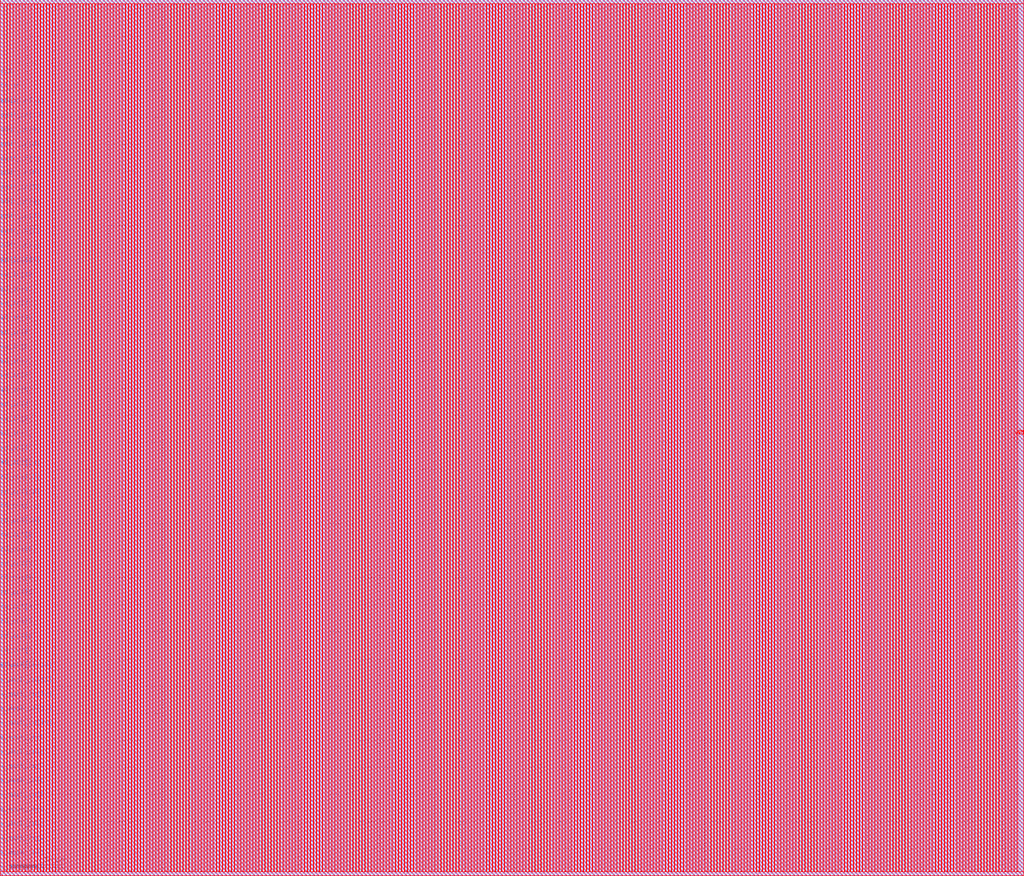
<source format=lef>
VERSION 5.7 ;
BUSBITCHARS "[]" ;
MACRO sram_15x4096_1rw
  FOREIGN sram_15x4096_1rw 0 0 ;
  SYMMETRY X Y R90 ;
  SIZE 377.910 BY 323.400 ;
  CLASS BLOCK ;
  PIN w_mask_in[0]
    DIRECTION INPUT ;
    USE SIGNAL ;
    SHAPE ABUTMENT ;
    PORT
      LAYER metal3 ;
      RECT 0.000 1.365 0.070 1.435 ;
    END
  END w_mask_in[0]
  PIN w_mask_in[1]
    DIRECTION INPUT ;
    USE SIGNAL ;
    SHAPE ABUTMENT ;
    PORT
      LAYER metal3 ;
      RECT 0.000 6.685 0.070 6.755 ;
    END
  END w_mask_in[1]
  PIN w_mask_in[2]
    DIRECTION INPUT ;
    USE SIGNAL ;
    SHAPE ABUTMENT ;
    PORT
      LAYER metal3 ;
      RECT 0.000 12.005 0.070 12.075 ;
    END
  END w_mask_in[2]
  PIN w_mask_in[3]
    DIRECTION INPUT ;
    USE SIGNAL ;
    SHAPE ABUTMENT ;
    PORT
      LAYER metal3 ;
      RECT 0.000 17.325 0.070 17.395 ;
    END
  END w_mask_in[3]
  PIN w_mask_in[4]
    DIRECTION INPUT ;
    USE SIGNAL ;
    SHAPE ABUTMENT ;
    PORT
      LAYER metal3 ;
      RECT 0.000 22.645 0.070 22.715 ;
    END
  END w_mask_in[4]
  PIN w_mask_in[5]
    DIRECTION INPUT ;
    USE SIGNAL ;
    SHAPE ABUTMENT ;
    PORT
      LAYER metal3 ;
      RECT 0.000 27.965 0.070 28.035 ;
    END
  END w_mask_in[5]
  PIN w_mask_in[6]
    DIRECTION INPUT ;
    USE SIGNAL ;
    SHAPE ABUTMENT ;
    PORT
      LAYER metal3 ;
      RECT 0.000 33.285 0.070 33.355 ;
    END
  END w_mask_in[6]
  PIN w_mask_in[7]
    DIRECTION INPUT ;
    USE SIGNAL ;
    SHAPE ABUTMENT ;
    PORT
      LAYER metal3 ;
      RECT 0.000 38.605 0.070 38.675 ;
    END
  END w_mask_in[7]
  PIN w_mask_in[8]
    DIRECTION INPUT ;
    USE SIGNAL ;
    SHAPE ABUTMENT ;
    PORT
      LAYER metal3 ;
      RECT 0.000 43.925 0.070 43.995 ;
    END
  END w_mask_in[8]
  PIN w_mask_in[9]
    DIRECTION INPUT ;
    USE SIGNAL ;
    SHAPE ABUTMENT ;
    PORT
      LAYER metal3 ;
      RECT 0.000 49.245 0.070 49.315 ;
    END
  END w_mask_in[9]
  PIN w_mask_in[10]
    DIRECTION INPUT ;
    USE SIGNAL ;
    SHAPE ABUTMENT ;
    PORT
      LAYER metal3 ;
      RECT 0.000 54.565 0.070 54.635 ;
    END
  END w_mask_in[10]
  PIN w_mask_in[11]
    DIRECTION INPUT ;
    USE SIGNAL ;
    SHAPE ABUTMENT ;
    PORT
      LAYER metal3 ;
      RECT 0.000 59.885 0.070 59.955 ;
    END
  END w_mask_in[11]
  PIN w_mask_in[12]
    DIRECTION INPUT ;
    USE SIGNAL ;
    SHAPE ABUTMENT ;
    PORT
      LAYER metal3 ;
      RECT 0.000 65.205 0.070 65.275 ;
    END
  END w_mask_in[12]
  PIN w_mask_in[13]
    DIRECTION INPUT ;
    USE SIGNAL ;
    SHAPE ABUTMENT ;
    PORT
      LAYER metal3 ;
      RECT 0.000 70.525 0.070 70.595 ;
    END
  END w_mask_in[13]
  PIN w_mask_in[14]
    DIRECTION INPUT ;
    USE SIGNAL ;
    SHAPE ABUTMENT ;
    PORT
      LAYER metal3 ;
      RECT 0.000 75.845 0.070 75.915 ;
    END
  END w_mask_in[14]
  PIN rd_out[0]
    DIRECTION OUTPUT ;
    USE SIGNAL ;
    SHAPE ABUTMENT ;
    PORT
      LAYER metal3 ;
      RECT 0.000 76.125 0.070 76.195 ;
    END
  END rd_out[0]
  PIN rd_out[1]
    DIRECTION OUTPUT ;
    USE SIGNAL ;
    SHAPE ABUTMENT ;
    PORT
      LAYER metal3 ;
      RECT 0.000 81.445 0.070 81.515 ;
    END
  END rd_out[1]
  PIN rd_out[2]
    DIRECTION OUTPUT ;
    USE SIGNAL ;
    SHAPE ABUTMENT ;
    PORT
      LAYER metal3 ;
      RECT 0.000 86.765 0.070 86.835 ;
    END
  END rd_out[2]
  PIN rd_out[3]
    DIRECTION OUTPUT ;
    USE SIGNAL ;
    SHAPE ABUTMENT ;
    PORT
      LAYER metal3 ;
      RECT 0.000 92.085 0.070 92.155 ;
    END
  END rd_out[3]
  PIN rd_out[4]
    DIRECTION OUTPUT ;
    USE SIGNAL ;
    SHAPE ABUTMENT ;
    PORT
      LAYER metal3 ;
      RECT 0.000 97.405 0.070 97.475 ;
    END
  END rd_out[4]
  PIN rd_out[5]
    DIRECTION OUTPUT ;
    USE SIGNAL ;
    SHAPE ABUTMENT ;
    PORT
      LAYER metal3 ;
      RECT 0.000 102.725 0.070 102.795 ;
    END
  END rd_out[5]
  PIN rd_out[6]
    DIRECTION OUTPUT ;
    USE SIGNAL ;
    SHAPE ABUTMENT ;
    PORT
      LAYER metal3 ;
      RECT 0.000 108.045 0.070 108.115 ;
    END
  END rd_out[6]
  PIN rd_out[7]
    DIRECTION OUTPUT ;
    USE SIGNAL ;
    SHAPE ABUTMENT ;
    PORT
      LAYER metal3 ;
      RECT 0.000 113.365 0.070 113.435 ;
    END
  END rd_out[7]
  PIN rd_out[8]
    DIRECTION OUTPUT ;
    USE SIGNAL ;
    SHAPE ABUTMENT ;
    PORT
      LAYER metal3 ;
      RECT 0.000 118.685 0.070 118.755 ;
    END
  END rd_out[8]
  PIN rd_out[9]
    DIRECTION OUTPUT ;
    USE SIGNAL ;
    SHAPE ABUTMENT ;
    PORT
      LAYER metal3 ;
      RECT 0.000 124.005 0.070 124.075 ;
    END
  END rd_out[9]
  PIN rd_out[10]
    DIRECTION OUTPUT ;
    USE SIGNAL ;
    SHAPE ABUTMENT ;
    PORT
      LAYER metal3 ;
      RECT 0.000 129.325 0.070 129.395 ;
    END
  END rd_out[10]
  PIN rd_out[11]
    DIRECTION OUTPUT ;
    USE SIGNAL ;
    SHAPE ABUTMENT ;
    PORT
      LAYER metal3 ;
      RECT 0.000 134.645 0.070 134.715 ;
    END
  END rd_out[11]
  PIN rd_out[12]
    DIRECTION OUTPUT ;
    USE SIGNAL ;
    SHAPE ABUTMENT ;
    PORT
      LAYER metal3 ;
      RECT 0.000 139.965 0.070 140.035 ;
    END
  END rd_out[12]
  PIN rd_out[13]
    DIRECTION OUTPUT ;
    USE SIGNAL ;
    SHAPE ABUTMENT ;
    PORT
      LAYER metal3 ;
      RECT 0.000 145.285 0.070 145.355 ;
    END
  END rd_out[13]
  PIN rd_out[14]
    DIRECTION OUTPUT ;
    USE SIGNAL ;
    SHAPE ABUTMENT ;
    PORT
      LAYER metal3 ;
      RECT 0.000 150.605 0.070 150.675 ;
    END
  END rd_out[14]
  PIN wd_in[0]
    DIRECTION INPUT ;
    USE SIGNAL ;
    SHAPE ABUTMENT ;
    PORT
      LAYER metal3 ;
      RECT 0.000 150.885 0.070 150.955 ;
    END
  END wd_in[0]
  PIN wd_in[1]
    DIRECTION INPUT ;
    USE SIGNAL ;
    SHAPE ABUTMENT ;
    PORT
      LAYER metal3 ;
      RECT 0.000 156.205 0.070 156.275 ;
    END
  END wd_in[1]
  PIN wd_in[2]
    DIRECTION INPUT ;
    USE SIGNAL ;
    SHAPE ABUTMENT ;
    PORT
      LAYER metal3 ;
      RECT 0.000 161.525 0.070 161.595 ;
    END
  END wd_in[2]
  PIN wd_in[3]
    DIRECTION INPUT ;
    USE SIGNAL ;
    SHAPE ABUTMENT ;
    PORT
      LAYER metal3 ;
      RECT 0.000 166.845 0.070 166.915 ;
    END
  END wd_in[3]
  PIN wd_in[4]
    DIRECTION INPUT ;
    USE SIGNAL ;
    SHAPE ABUTMENT ;
    PORT
      LAYER metal3 ;
      RECT 0.000 172.165 0.070 172.235 ;
    END
  END wd_in[4]
  PIN wd_in[5]
    DIRECTION INPUT ;
    USE SIGNAL ;
    SHAPE ABUTMENT ;
    PORT
      LAYER metal3 ;
      RECT 0.000 177.485 0.070 177.555 ;
    END
  END wd_in[5]
  PIN wd_in[6]
    DIRECTION INPUT ;
    USE SIGNAL ;
    SHAPE ABUTMENT ;
    PORT
      LAYER metal3 ;
      RECT 0.000 182.805 0.070 182.875 ;
    END
  END wd_in[6]
  PIN wd_in[7]
    DIRECTION INPUT ;
    USE SIGNAL ;
    SHAPE ABUTMENT ;
    PORT
      LAYER metal3 ;
      RECT 0.000 188.125 0.070 188.195 ;
    END
  END wd_in[7]
  PIN wd_in[8]
    DIRECTION INPUT ;
    USE SIGNAL ;
    SHAPE ABUTMENT ;
    PORT
      LAYER metal3 ;
      RECT 0.000 193.445 0.070 193.515 ;
    END
  END wd_in[8]
  PIN wd_in[9]
    DIRECTION INPUT ;
    USE SIGNAL ;
    SHAPE ABUTMENT ;
    PORT
      LAYER metal3 ;
      RECT 0.000 198.765 0.070 198.835 ;
    END
  END wd_in[9]
  PIN wd_in[10]
    DIRECTION INPUT ;
    USE SIGNAL ;
    SHAPE ABUTMENT ;
    PORT
      LAYER metal3 ;
      RECT 0.000 204.085 0.070 204.155 ;
    END
  END wd_in[10]
  PIN wd_in[11]
    DIRECTION INPUT ;
    USE SIGNAL ;
    SHAPE ABUTMENT ;
    PORT
      LAYER metal3 ;
      RECT 0.000 209.405 0.070 209.475 ;
    END
  END wd_in[11]
  PIN wd_in[12]
    DIRECTION INPUT ;
    USE SIGNAL ;
    SHAPE ABUTMENT ;
    PORT
      LAYER metal3 ;
      RECT 0.000 214.725 0.070 214.795 ;
    END
  END wd_in[12]
  PIN wd_in[13]
    DIRECTION INPUT ;
    USE SIGNAL ;
    SHAPE ABUTMENT ;
    PORT
      LAYER metal3 ;
      RECT 0.000 220.045 0.070 220.115 ;
    END
  END wd_in[13]
  PIN wd_in[14]
    DIRECTION INPUT ;
    USE SIGNAL ;
    SHAPE ABUTMENT ;
    PORT
      LAYER metal3 ;
      RECT 0.000 225.365 0.070 225.435 ;
    END
  END wd_in[14]
  PIN addr_in[0]
    DIRECTION INPUT ;
    USE SIGNAL ;
    SHAPE ABUTMENT ;
    PORT
      LAYER metal3 ;
      RECT 0.000 225.645 0.070 225.715 ;
    END
  END addr_in[0]
  PIN addr_in[1]
    DIRECTION INPUT ;
    USE SIGNAL ;
    SHAPE ABUTMENT ;
    PORT
      LAYER metal3 ;
      RECT 0.000 230.965 0.070 231.035 ;
    END
  END addr_in[1]
  PIN addr_in[2]
    DIRECTION INPUT ;
    USE SIGNAL ;
    SHAPE ABUTMENT ;
    PORT
      LAYER metal3 ;
      RECT 0.000 236.285 0.070 236.355 ;
    END
  END addr_in[2]
  PIN addr_in[3]
    DIRECTION INPUT ;
    USE SIGNAL ;
    SHAPE ABUTMENT ;
    PORT
      LAYER metal3 ;
      RECT 0.000 241.605 0.070 241.675 ;
    END
  END addr_in[3]
  PIN addr_in[4]
    DIRECTION INPUT ;
    USE SIGNAL ;
    SHAPE ABUTMENT ;
    PORT
      LAYER metal3 ;
      RECT 0.000 246.925 0.070 246.995 ;
    END
  END addr_in[4]
  PIN addr_in[5]
    DIRECTION INPUT ;
    USE SIGNAL ;
    SHAPE ABUTMENT ;
    PORT
      LAYER metal3 ;
      RECT 0.000 252.245 0.070 252.315 ;
    END
  END addr_in[5]
  PIN addr_in[6]
    DIRECTION INPUT ;
    USE SIGNAL ;
    SHAPE ABUTMENT ;
    PORT
      LAYER metal3 ;
      RECT 0.000 257.565 0.070 257.635 ;
    END
  END addr_in[6]
  PIN addr_in[7]
    DIRECTION INPUT ;
    USE SIGNAL ;
    SHAPE ABUTMENT ;
    PORT
      LAYER metal3 ;
      RECT 0.000 262.885 0.070 262.955 ;
    END
  END addr_in[7]
  PIN addr_in[8]
    DIRECTION INPUT ;
    USE SIGNAL ;
    SHAPE ABUTMENT ;
    PORT
      LAYER metal3 ;
      RECT 0.000 268.205 0.070 268.275 ;
    END
  END addr_in[8]
  PIN addr_in[9]
    DIRECTION INPUT ;
    USE SIGNAL ;
    SHAPE ABUTMENT ;
    PORT
      LAYER metal3 ;
      RECT 0.000 273.525 0.070 273.595 ;
    END
  END addr_in[9]
  PIN addr_in[10]
    DIRECTION INPUT ;
    USE SIGNAL ;
    SHAPE ABUTMENT ;
    PORT
      LAYER metal3 ;
      RECT 0.000 278.845 0.070 278.915 ;
    END
  END addr_in[10]
  PIN addr_in[11]
    DIRECTION INPUT ;
    USE SIGNAL ;
    SHAPE ABUTMENT ;
    PORT
      LAYER metal3 ;
      RECT 0.000 284.165 0.070 284.235 ;
    END
  END addr_in[11]
  PIN we_in
    DIRECTION INPUT ;
    USE SIGNAL ;
    SHAPE ABUTMENT ;
    PORT
      LAYER metal3 ;
      RECT 0.000 284.445 0.070 284.515 ;
    END
  END we_in
  PIN ce_in
    DIRECTION INPUT ;
    USE SIGNAL ;
    SHAPE ABUTMENT ;
    PORT
      LAYER metal3 ;
      RECT 0.000 289.765 0.070 289.835 ;
    END
  END ce_in
  PIN clk
    DIRECTION INPUT ;
    USE SIGNAL ;
    SHAPE ABUTMENT ;
    PORT
      LAYER metal3 ;
      RECT 0.000 295.085 0.070 295.155 ;
    END
  END clk
  PIN VSS
    DIRECTION INOUT ;
    USE GROUND ;
    PORT
      LAYER metal4 ;
      RECT 1.260 1.400 1.540 322.000 ;
      RECT 3.500 1.400 3.780 322.000 ;
      RECT 5.740 1.400 6.020 322.000 ;
      RECT 7.980 1.400 8.260 322.000 ;
      RECT 10.220 1.400 10.500 322.000 ;
      RECT 12.460 1.400 12.740 322.000 ;
      RECT 14.700 1.400 14.980 322.000 ;
      RECT 16.940 1.400 17.220 322.000 ;
      RECT 19.180 1.400 19.460 322.000 ;
      RECT 21.420 1.400 21.700 322.000 ;
      RECT 23.660 1.400 23.940 322.000 ;
      RECT 25.900 1.400 26.180 322.000 ;
      RECT 28.140 1.400 28.420 322.000 ;
      RECT 30.380 1.400 30.660 322.000 ;
      RECT 32.620 1.400 32.900 322.000 ;
      RECT 34.860 1.400 35.140 322.000 ;
      RECT 37.100 1.400 37.380 322.000 ;
      RECT 39.340 1.400 39.620 322.000 ;
      RECT 41.580 1.400 41.860 322.000 ;
      RECT 43.820 1.400 44.100 322.000 ;
      RECT 46.060 1.400 46.340 322.000 ;
      RECT 48.300 1.400 48.580 322.000 ;
      RECT 50.540 1.400 50.820 322.000 ;
      RECT 52.780 1.400 53.060 322.000 ;
      RECT 55.020 1.400 55.300 322.000 ;
      RECT 57.260 1.400 57.540 322.000 ;
      RECT 59.500 1.400 59.780 322.000 ;
      RECT 61.740 1.400 62.020 322.000 ;
      RECT 63.980 1.400 64.260 322.000 ;
      RECT 66.220 1.400 66.500 322.000 ;
      RECT 68.460 1.400 68.740 322.000 ;
      RECT 70.700 1.400 70.980 322.000 ;
      RECT 72.940 1.400 73.220 322.000 ;
      RECT 75.180 1.400 75.460 322.000 ;
      RECT 77.420 1.400 77.700 322.000 ;
      RECT 79.660 1.400 79.940 322.000 ;
      RECT 81.900 1.400 82.180 322.000 ;
      RECT 84.140 1.400 84.420 322.000 ;
      RECT 86.380 1.400 86.660 322.000 ;
      RECT 88.620 1.400 88.900 322.000 ;
      RECT 90.860 1.400 91.140 322.000 ;
      RECT 93.100 1.400 93.380 322.000 ;
      RECT 95.340 1.400 95.620 322.000 ;
      RECT 97.580 1.400 97.860 322.000 ;
      RECT 99.820 1.400 100.100 322.000 ;
      RECT 102.060 1.400 102.340 322.000 ;
      RECT 104.300 1.400 104.580 322.000 ;
      RECT 106.540 1.400 106.820 322.000 ;
      RECT 108.780 1.400 109.060 322.000 ;
      RECT 111.020 1.400 111.300 322.000 ;
      RECT 113.260 1.400 113.540 322.000 ;
      RECT 115.500 1.400 115.780 322.000 ;
      RECT 117.740 1.400 118.020 322.000 ;
      RECT 119.980 1.400 120.260 322.000 ;
      RECT 122.220 1.400 122.500 322.000 ;
      RECT 124.460 1.400 124.740 322.000 ;
      RECT 126.700 1.400 126.980 322.000 ;
      RECT 128.940 1.400 129.220 322.000 ;
      RECT 131.180 1.400 131.460 322.000 ;
      RECT 133.420 1.400 133.700 322.000 ;
      RECT 135.660 1.400 135.940 322.000 ;
      RECT 137.900 1.400 138.180 322.000 ;
      RECT 140.140 1.400 140.420 322.000 ;
      RECT 142.380 1.400 142.660 322.000 ;
      RECT 144.620 1.400 144.900 322.000 ;
      RECT 146.860 1.400 147.140 322.000 ;
      RECT 149.100 1.400 149.380 322.000 ;
      RECT 151.340 1.400 151.620 322.000 ;
      RECT 153.580 1.400 153.860 322.000 ;
      RECT 155.820 1.400 156.100 322.000 ;
      RECT 158.060 1.400 158.340 322.000 ;
      RECT 160.300 1.400 160.580 322.000 ;
      RECT 162.540 1.400 162.820 322.000 ;
      RECT 164.780 1.400 165.060 322.000 ;
      RECT 167.020 1.400 167.300 322.000 ;
      RECT 169.260 1.400 169.540 322.000 ;
      RECT 171.500 1.400 171.780 322.000 ;
      RECT 173.740 1.400 174.020 322.000 ;
      RECT 175.980 1.400 176.260 322.000 ;
      RECT 178.220 1.400 178.500 322.000 ;
      RECT 180.460 1.400 180.740 322.000 ;
      RECT 182.700 1.400 182.980 322.000 ;
      RECT 184.940 1.400 185.220 322.000 ;
      RECT 187.180 1.400 187.460 322.000 ;
      RECT 189.420 1.400 189.700 322.000 ;
      RECT 191.660 1.400 191.940 322.000 ;
      RECT 193.900 1.400 194.180 322.000 ;
      RECT 196.140 1.400 196.420 322.000 ;
      RECT 198.380 1.400 198.660 322.000 ;
      RECT 200.620 1.400 200.900 322.000 ;
      RECT 202.860 1.400 203.140 322.000 ;
      RECT 205.100 1.400 205.380 322.000 ;
      RECT 207.340 1.400 207.620 322.000 ;
      RECT 209.580 1.400 209.860 322.000 ;
      RECT 211.820 1.400 212.100 322.000 ;
      RECT 214.060 1.400 214.340 322.000 ;
      RECT 216.300 1.400 216.580 322.000 ;
      RECT 218.540 1.400 218.820 322.000 ;
      RECT 220.780 1.400 221.060 322.000 ;
      RECT 223.020 1.400 223.300 322.000 ;
      RECT 225.260 1.400 225.540 322.000 ;
      RECT 227.500 1.400 227.780 322.000 ;
      RECT 229.740 1.400 230.020 322.000 ;
      RECT 231.980 1.400 232.260 322.000 ;
      RECT 234.220 1.400 234.500 322.000 ;
      RECT 236.460 1.400 236.740 322.000 ;
      RECT 238.700 1.400 238.980 322.000 ;
      RECT 240.940 1.400 241.220 322.000 ;
      RECT 243.180 1.400 243.460 322.000 ;
      RECT 245.420 1.400 245.700 322.000 ;
      RECT 247.660 1.400 247.940 322.000 ;
      RECT 249.900 1.400 250.180 322.000 ;
      RECT 252.140 1.400 252.420 322.000 ;
      RECT 254.380 1.400 254.660 322.000 ;
      RECT 256.620 1.400 256.900 322.000 ;
      RECT 258.860 1.400 259.140 322.000 ;
      RECT 261.100 1.400 261.380 322.000 ;
      RECT 263.340 1.400 263.620 322.000 ;
      RECT 265.580 1.400 265.860 322.000 ;
      RECT 267.820 1.400 268.100 322.000 ;
      RECT 270.060 1.400 270.340 322.000 ;
      RECT 272.300 1.400 272.580 322.000 ;
      RECT 274.540 1.400 274.820 322.000 ;
      RECT 276.780 1.400 277.060 322.000 ;
      RECT 279.020 1.400 279.300 322.000 ;
      RECT 281.260 1.400 281.540 322.000 ;
      RECT 283.500 1.400 283.780 322.000 ;
      RECT 285.740 1.400 286.020 322.000 ;
      RECT 287.980 1.400 288.260 322.000 ;
      RECT 290.220 1.400 290.500 322.000 ;
      RECT 292.460 1.400 292.740 322.000 ;
      RECT 294.700 1.400 294.980 322.000 ;
      RECT 296.940 1.400 297.220 322.000 ;
      RECT 299.180 1.400 299.460 322.000 ;
      RECT 301.420 1.400 301.700 322.000 ;
      RECT 303.660 1.400 303.940 322.000 ;
      RECT 305.900 1.400 306.180 322.000 ;
      RECT 308.140 1.400 308.420 322.000 ;
      RECT 310.380 1.400 310.660 322.000 ;
      RECT 312.620 1.400 312.900 322.000 ;
      RECT 314.860 1.400 315.140 322.000 ;
      RECT 317.100 1.400 317.380 322.000 ;
      RECT 319.340 1.400 319.620 322.000 ;
      RECT 321.580 1.400 321.860 322.000 ;
      RECT 323.820 1.400 324.100 322.000 ;
      RECT 326.060 1.400 326.340 322.000 ;
      RECT 328.300 1.400 328.580 322.000 ;
      RECT 330.540 1.400 330.820 322.000 ;
      RECT 332.780 1.400 333.060 322.000 ;
      RECT 335.020 1.400 335.300 322.000 ;
      RECT 337.260 1.400 337.540 322.000 ;
      RECT 339.500 1.400 339.780 322.000 ;
      RECT 341.740 1.400 342.020 322.000 ;
      RECT 343.980 1.400 344.260 322.000 ;
      RECT 346.220 1.400 346.500 322.000 ;
      RECT 348.460 1.400 348.740 322.000 ;
      RECT 350.700 1.400 350.980 322.000 ;
      RECT 352.940 1.400 353.220 322.000 ;
      RECT 355.180 1.400 355.460 322.000 ;
      RECT 357.420 1.400 357.700 322.000 ;
      RECT 359.660 1.400 359.940 322.000 ;
      RECT 361.900 1.400 362.180 322.000 ;
      RECT 364.140 1.400 364.420 322.000 ;
      RECT 366.380 1.400 366.660 322.000 ;
      RECT 368.620 1.400 368.900 322.000 ;
      RECT 370.860 1.400 371.140 322.000 ;
      RECT 373.100 1.400 373.380 322.000 ;
      RECT 375.340 1.400 375.620 322.000 ;
    END
  END VSS
  PIN VDD
    DIRECTION INOUT ;
    USE POWER ;
    PORT
      LAYER metal4 ;
      RECT 2.380 1.400 2.660 322.000 ;
      RECT 4.620 1.400 4.900 322.000 ;
      RECT 6.860 1.400 7.140 322.000 ;
      RECT 9.100 1.400 9.380 322.000 ;
      RECT 11.340 1.400 11.620 322.000 ;
      RECT 13.580 1.400 13.860 322.000 ;
      RECT 15.820 1.400 16.100 322.000 ;
      RECT 18.060 1.400 18.340 322.000 ;
      RECT 20.300 1.400 20.580 322.000 ;
      RECT 22.540 1.400 22.820 322.000 ;
      RECT 24.780 1.400 25.060 322.000 ;
      RECT 27.020 1.400 27.300 322.000 ;
      RECT 29.260 1.400 29.540 322.000 ;
      RECT 31.500 1.400 31.780 322.000 ;
      RECT 33.740 1.400 34.020 322.000 ;
      RECT 35.980 1.400 36.260 322.000 ;
      RECT 38.220 1.400 38.500 322.000 ;
      RECT 40.460 1.400 40.740 322.000 ;
      RECT 42.700 1.400 42.980 322.000 ;
      RECT 44.940 1.400 45.220 322.000 ;
      RECT 47.180 1.400 47.460 322.000 ;
      RECT 49.420 1.400 49.700 322.000 ;
      RECT 51.660 1.400 51.940 322.000 ;
      RECT 53.900 1.400 54.180 322.000 ;
      RECT 56.140 1.400 56.420 322.000 ;
      RECT 58.380 1.400 58.660 322.000 ;
      RECT 60.620 1.400 60.900 322.000 ;
      RECT 62.860 1.400 63.140 322.000 ;
      RECT 65.100 1.400 65.380 322.000 ;
      RECT 67.340 1.400 67.620 322.000 ;
      RECT 69.580 1.400 69.860 322.000 ;
      RECT 71.820 1.400 72.100 322.000 ;
      RECT 74.060 1.400 74.340 322.000 ;
      RECT 76.300 1.400 76.580 322.000 ;
      RECT 78.540 1.400 78.820 322.000 ;
      RECT 80.780 1.400 81.060 322.000 ;
      RECT 83.020 1.400 83.300 322.000 ;
      RECT 85.260 1.400 85.540 322.000 ;
      RECT 87.500 1.400 87.780 322.000 ;
      RECT 89.740 1.400 90.020 322.000 ;
      RECT 91.980 1.400 92.260 322.000 ;
      RECT 94.220 1.400 94.500 322.000 ;
      RECT 96.460 1.400 96.740 322.000 ;
      RECT 98.700 1.400 98.980 322.000 ;
      RECT 100.940 1.400 101.220 322.000 ;
      RECT 103.180 1.400 103.460 322.000 ;
      RECT 105.420 1.400 105.700 322.000 ;
      RECT 107.660 1.400 107.940 322.000 ;
      RECT 109.900 1.400 110.180 322.000 ;
      RECT 112.140 1.400 112.420 322.000 ;
      RECT 114.380 1.400 114.660 322.000 ;
      RECT 116.620 1.400 116.900 322.000 ;
      RECT 118.860 1.400 119.140 322.000 ;
      RECT 121.100 1.400 121.380 322.000 ;
      RECT 123.340 1.400 123.620 322.000 ;
      RECT 125.580 1.400 125.860 322.000 ;
      RECT 127.820 1.400 128.100 322.000 ;
      RECT 130.060 1.400 130.340 322.000 ;
      RECT 132.300 1.400 132.580 322.000 ;
      RECT 134.540 1.400 134.820 322.000 ;
      RECT 136.780 1.400 137.060 322.000 ;
      RECT 139.020 1.400 139.300 322.000 ;
      RECT 141.260 1.400 141.540 322.000 ;
      RECT 143.500 1.400 143.780 322.000 ;
      RECT 145.740 1.400 146.020 322.000 ;
      RECT 147.980 1.400 148.260 322.000 ;
      RECT 150.220 1.400 150.500 322.000 ;
      RECT 152.460 1.400 152.740 322.000 ;
      RECT 154.700 1.400 154.980 322.000 ;
      RECT 156.940 1.400 157.220 322.000 ;
      RECT 159.180 1.400 159.460 322.000 ;
      RECT 161.420 1.400 161.700 322.000 ;
      RECT 163.660 1.400 163.940 322.000 ;
      RECT 165.900 1.400 166.180 322.000 ;
      RECT 168.140 1.400 168.420 322.000 ;
      RECT 170.380 1.400 170.660 322.000 ;
      RECT 172.620 1.400 172.900 322.000 ;
      RECT 174.860 1.400 175.140 322.000 ;
      RECT 177.100 1.400 177.380 322.000 ;
      RECT 179.340 1.400 179.620 322.000 ;
      RECT 181.580 1.400 181.860 322.000 ;
      RECT 183.820 1.400 184.100 322.000 ;
      RECT 186.060 1.400 186.340 322.000 ;
      RECT 188.300 1.400 188.580 322.000 ;
      RECT 190.540 1.400 190.820 322.000 ;
      RECT 192.780 1.400 193.060 322.000 ;
      RECT 195.020 1.400 195.300 322.000 ;
      RECT 197.260 1.400 197.540 322.000 ;
      RECT 199.500 1.400 199.780 322.000 ;
      RECT 201.740 1.400 202.020 322.000 ;
      RECT 203.980 1.400 204.260 322.000 ;
      RECT 206.220 1.400 206.500 322.000 ;
      RECT 208.460 1.400 208.740 322.000 ;
      RECT 210.700 1.400 210.980 322.000 ;
      RECT 212.940 1.400 213.220 322.000 ;
      RECT 215.180 1.400 215.460 322.000 ;
      RECT 217.420 1.400 217.700 322.000 ;
      RECT 219.660 1.400 219.940 322.000 ;
      RECT 221.900 1.400 222.180 322.000 ;
      RECT 224.140 1.400 224.420 322.000 ;
      RECT 226.380 1.400 226.660 322.000 ;
      RECT 228.620 1.400 228.900 322.000 ;
      RECT 230.860 1.400 231.140 322.000 ;
      RECT 233.100 1.400 233.380 322.000 ;
      RECT 235.340 1.400 235.620 322.000 ;
      RECT 237.580 1.400 237.860 322.000 ;
      RECT 239.820 1.400 240.100 322.000 ;
      RECT 242.060 1.400 242.340 322.000 ;
      RECT 244.300 1.400 244.580 322.000 ;
      RECT 246.540 1.400 246.820 322.000 ;
      RECT 248.780 1.400 249.060 322.000 ;
      RECT 251.020 1.400 251.300 322.000 ;
      RECT 253.260 1.400 253.540 322.000 ;
      RECT 255.500 1.400 255.780 322.000 ;
      RECT 257.740 1.400 258.020 322.000 ;
      RECT 259.980 1.400 260.260 322.000 ;
      RECT 262.220 1.400 262.500 322.000 ;
      RECT 264.460 1.400 264.740 322.000 ;
      RECT 266.700 1.400 266.980 322.000 ;
      RECT 268.940 1.400 269.220 322.000 ;
      RECT 271.180 1.400 271.460 322.000 ;
      RECT 273.420 1.400 273.700 322.000 ;
      RECT 275.660 1.400 275.940 322.000 ;
      RECT 277.900 1.400 278.180 322.000 ;
      RECT 280.140 1.400 280.420 322.000 ;
      RECT 282.380 1.400 282.660 322.000 ;
      RECT 284.620 1.400 284.900 322.000 ;
      RECT 286.860 1.400 287.140 322.000 ;
      RECT 289.100 1.400 289.380 322.000 ;
      RECT 291.340 1.400 291.620 322.000 ;
      RECT 293.580 1.400 293.860 322.000 ;
      RECT 295.820 1.400 296.100 322.000 ;
      RECT 298.060 1.400 298.340 322.000 ;
      RECT 300.300 1.400 300.580 322.000 ;
      RECT 302.540 1.400 302.820 322.000 ;
      RECT 304.780 1.400 305.060 322.000 ;
      RECT 307.020 1.400 307.300 322.000 ;
      RECT 309.260 1.400 309.540 322.000 ;
      RECT 311.500 1.400 311.780 322.000 ;
      RECT 313.740 1.400 314.020 322.000 ;
      RECT 315.980 1.400 316.260 322.000 ;
      RECT 318.220 1.400 318.500 322.000 ;
      RECT 320.460 1.400 320.740 322.000 ;
      RECT 322.700 1.400 322.980 322.000 ;
      RECT 324.940 1.400 325.220 322.000 ;
      RECT 327.180 1.400 327.460 322.000 ;
      RECT 329.420 1.400 329.700 322.000 ;
      RECT 331.660 1.400 331.940 322.000 ;
      RECT 333.900 1.400 334.180 322.000 ;
      RECT 336.140 1.400 336.420 322.000 ;
      RECT 338.380 1.400 338.660 322.000 ;
      RECT 340.620 1.400 340.900 322.000 ;
      RECT 342.860 1.400 343.140 322.000 ;
      RECT 345.100 1.400 345.380 322.000 ;
      RECT 347.340 1.400 347.620 322.000 ;
      RECT 349.580 1.400 349.860 322.000 ;
      RECT 351.820 1.400 352.100 322.000 ;
      RECT 354.060 1.400 354.340 322.000 ;
      RECT 356.300 1.400 356.580 322.000 ;
      RECT 358.540 1.400 358.820 322.000 ;
      RECT 360.780 1.400 361.060 322.000 ;
      RECT 363.020 1.400 363.300 322.000 ;
      RECT 365.260 1.400 365.540 322.000 ;
      RECT 367.500 1.400 367.780 322.000 ;
      RECT 369.740 1.400 370.020 322.000 ;
      RECT 371.980 1.400 372.260 322.000 ;
      RECT 374.220 1.400 374.500 322.000 ;
    END
  END VDD
  OBS
    LAYER metal1 ;
    RECT 0 0 377.910 323.400 ;
    LAYER metal2 ;
    RECT 0 0 377.910 323.400 ;
    LAYER metal3 ;
    RECT 0.070 0 377.910 323.400 ;
    RECT 0 0.000 0.070 1.365 ;
    RECT 0 1.435 0.070 6.685 ;
    RECT 0 6.755 0.070 12.005 ;
    RECT 0 12.075 0.070 17.325 ;
    RECT 0 17.395 0.070 22.645 ;
    RECT 0 22.715 0.070 27.965 ;
    RECT 0 28.035 0.070 33.285 ;
    RECT 0 33.355 0.070 38.605 ;
    RECT 0 38.675 0.070 43.925 ;
    RECT 0 43.995 0.070 49.245 ;
    RECT 0 49.315 0.070 54.565 ;
    RECT 0 54.635 0.070 59.885 ;
    RECT 0 59.955 0.070 65.205 ;
    RECT 0 65.275 0.070 70.525 ;
    RECT 0 70.595 0.070 75.845 ;
    RECT 0 75.915 0.070 76.125 ;
    RECT 0 76.195 0.070 81.445 ;
    RECT 0 81.515 0.070 86.765 ;
    RECT 0 86.835 0.070 92.085 ;
    RECT 0 92.155 0.070 97.405 ;
    RECT 0 97.475 0.070 102.725 ;
    RECT 0 102.795 0.070 108.045 ;
    RECT 0 108.115 0.070 113.365 ;
    RECT 0 113.435 0.070 118.685 ;
    RECT 0 118.755 0.070 124.005 ;
    RECT 0 124.075 0.070 129.325 ;
    RECT 0 129.395 0.070 134.645 ;
    RECT 0 134.715 0.070 139.965 ;
    RECT 0 140.035 0.070 145.285 ;
    RECT 0 145.355 0.070 150.605 ;
    RECT 0 150.675 0.070 150.885 ;
    RECT 0 150.955 0.070 156.205 ;
    RECT 0 156.275 0.070 161.525 ;
    RECT 0 161.595 0.070 166.845 ;
    RECT 0 166.915 0.070 172.165 ;
    RECT 0 172.235 0.070 177.485 ;
    RECT 0 177.555 0.070 182.805 ;
    RECT 0 182.875 0.070 188.125 ;
    RECT 0 188.195 0.070 193.445 ;
    RECT 0 193.515 0.070 198.765 ;
    RECT 0 198.835 0.070 204.085 ;
    RECT 0 204.155 0.070 209.405 ;
    RECT 0 209.475 0.070 214.725 ;
    RECT 0 214.795 0.070 220.045 ;
    RECT 0 220.115 0.070 225.365 ;
    RECT 0 225.435 0.070 225.645 ;
    RECT 0 225.715 0.070 230.965 ;
    RECT 0 231.035 0.070 236.285 ;
    RECT 0 236.355 0.070 241.605 ;
    RECT 0 241.675 0.070 246.925 ;
    RECT 0 246.995 0.070 252.245 ;
    RECT 0 252.315 0.070 257.565 ;
    RECT 0 257.635 0.070 262.885 ;
    RECT 0 262.955 0.070 268.205 ;
    RECT 0 268.275 0.070 273.525 ;
    RECT 0 273.595 0.070 278.845 ;
    RECT 0 278.915 0.070 284.165 ;
    RECT 0 284.235 0.070 284.445 ;
    RECT 0 284.515 0.070 289.765 ;
    RECT 0 289.835 0.070 295.085 ;
    RECT 0 295.155 0.070 323.400 ;
    LAYER metal4 ;
    RECT 0 0 377.910 1.400 ;
    RECT 0 322.000 377.910 323.400 ;
    RECT 0.000 1.400 1.260 322.000 ;
    RECT 1.540 1.400 2.380 322.000 ;
    RECT 2.660 1.400 3.500 322.000 ;
    RECT 3.780 1.400 4.620 322.000 ;
    RECT 4.900 1.400 5.740 322.000 ;
    RECT 6.020 1.400 6.860 322.000 ;
    RECT 7.140 1.400 7.980 322.000 ;
    RECT 8.260 1.400 9.100 322.000 ;
    RECT 9.380 1.400 10.220 322.000 ;
    RECT 10.500 1.400 11.340 322.000 ;
    RECT 11.620 1.400 12.460 322.000 ;
    RECT 12.740 1.400 13.580 322.000 ;
    RECT 13.860 1.400 14.700 322.000 ;
    RECT 14.980 1.400 15.820 322.000 ;
    RECT 16.100 1.400 16.940 322.000 ;
    RECT 17.220 1.400 18.060 322.000 ;
    RECT 18.340 1.400 19.180 322.000 ;
    RECT 19.460 1.400 20.300 322.000 ;
    RECT 20.580 1.400 21.420 322.000 ;
    RECT 21.700 1.400 22.540 322.000 ;
    RECT 22.820 1.400 23.660 322.000 ;
    RECT 23.940 1.400 24.780 322.000 ;
    RECT 25.060 1.400 25.900 322.000 ;
    RECT 26.180 1.400 27.020 322.000 ;
    RECT 27.300 1.400 28.140 322.000 ;
    RECT 28.420 1.400 29.260 322.000 ;
    RECT 29.540 1.400 30.380 322.000 ;
    RECT 30.660 1.400 31.500 322.000 ;
    RECT 31.780 1.400 32.620 322.000 ;
    RECT 32.900 1.400 33.740 322.000 ;
    RECT 34.020 1.400 34.860 322.000 ;
    RECT 35.140 1.400 35.980 322.000 ;
    RECT 36.260 1.400 37.100 322.000 ;
    RECT 37.380 1.400 38.220 322.000 ;
    RECT 38.500 1.400 39.340 322.000 ;
    RECT 39.620 1.400 40.460 322.000 ;
    RECT 40.740 1.400 41.580 322.000 ;
    RECT 41.860 1.400 42.700 322.000 ;
    RECT 42.980 1.400 43.820 322.000 ;
    RECT 44.100 1.400 44.940 322.000 ;
    RECT 45.220 1.400 46.060 322.000 ;
    RECT 46.340 1.400 47.180 322.000 ;
    RECT 47.460 1.400 48.300 322.000 ;
    RECT 48.580 1.400 49.420 322.000 ;
    RECT 49.700 1.400 50.540 322.000 ;
    RECT 50.820 1.400 51.660 322.000 ;
    RECT 51.940 1.400 52.780 322.000 ;
    RECT 53.060 1.400 53.900 322.000 ;
    RECT 54.180 1.400 55.020 322.000 ;
    RECT 55.300 1.400 56.140 322.000 ;
    RECT 56.420 1.400 57.260 322.000 ;
    RECT 57.540 1.400 58.380 322.000 ;
    RECT 58.660 1.400 59.500 322.000 ;
    RECT 59.780 1.400 60.620 322.000 ;
    RECT 60.900 1.400 61.740 322.000 ;
    RECT 62.020 1.400 62.860 322.000 ;
    RECT 63.140 1.400 63.980 322.000 ;
    RECT 64.260 1.400 65.100 322.000 ;
    RECT 65.380 1.400 66.220 322.000 ;
    RECT 66.500 1.400 67.340 322.000 ;
    RECT 67.620 1.400 68.460 322.000 ;
    RECT 68.740 1.400 69.580 322.000 ;
    RECT 69.860 1.400 70.700 322.000 ;
    RECT 70.980 1.400 71.820 322.000 ;
    RECT 72.100 1.400 72.940 322.000 ;
    RECT 73.220 1.400 74.060 322.000 ;
    RECT 74.340 1.400 75.180 322.000 ;
    RECT 75.460 1.400 76.300 322.000 ;
    RECT 76.580 1.400 77.420 322.000 ;
    RECT 77.700 1.400 78.540 322.000 ;
    RECT 78.820 1.400 79.660 322.000 ;
    RECT 79.940 1.400 80.780 322.000 ;
    RECT 81.060 1.400 81.900 322.000 ;
    RECT 82.180 1.400 83.020 322.000 ;
    RECT 83.300 1.400 84.140 322.000 ;
    RECT 84.420 1.400 85.260 322.000 ;
    RECT 85.540 1.400 86.380 322.000 ;
    RECT 86.660 1.400 87.500 322.000 ;
    RECT 87.780 1.400 88.620 322.000 ;
    RECT 88.900 1.400 89.740 322.000 ;
    RECT 90.020 1.400 90.860 322.000 ;
    RECT 91.140 1.400 91.980 322.000 ;
    RECT 92.260 1.400 93.100 322.000 ;
    RECT 93.380 1.400 94.220 322.000 ;
    RECT 94.500 1.400 95.340 322.000 ;
    RECT 95.620 1.400 96.460 322.000 ;
    RECT 96.740 1.400 97.580 322.000 ;
    RECT 97.860 1.400 98.700 322.000 ;
    RECT 98.980 1.400 99.820 322.000 ;
    RECT 100.100 1.400 100.940 322.000 ;
    RECT 101.220 1.400 102.060 322.000 ;
    RECT 102.340 1.400 103.180 322.000 ;
    RECT 103.460 1.400 104.300 322.000 ;
    RECT 104.580 1.400 105.420 322.000 ;
    RECT 105.700 1.400 106.540 322.000 ;
    RECT 106.820 1.400 107.660 322.000 ;
    RECT 107.940 1.400 108.780 322.000 ;
    RECT 109.060 1.400 109.900 322.000 ;
    RECT 110.180 1.400 111.020 322.000 ;
    RECT 111.300 1.400 112.140 322.000 ;
    RECT 112.420 1.400 113.260 322.000 ;
    RECT 113.540 1.400 114.380 322.000 ;
    RECT 114.660 1.400 115.500 322.000 ;
    RECT 115.780 1.400 116.620 322.000 ;
    RECT 116.900 1.400 117.740 322.000 ;
    RECT 118.020 1.400 118.860 322.000 ;
    RECT 119.140 1.400 119.980 322.000 ;
    RECT 120.260 1.400 121.100 322.000 ;
    RECT 121.380 1.400 122.220 322.000 ;
    RECT 122.500 1.400 123.340 322.000 ;
    RECT 123.620 1.400 124.460 322.000 ;
    RECT 124.740 1.400 125.580 322.000 ;
    RECT 125.860 1.400 126.700 322.000 ;
    RECT 126.980 1.400 127.820 322.000 ;
    RECT 128.100 1.400 128.940 322.000 ;
    RECT 129.220 1.400 130.060 322.000 ;
    RECT 130.340 1.400 131.180 322.000 ;
    RECT 131.460 1.400 132.300 322.000 ;
    RECT 132.580 1.400 133.420 322.000 ;
    RECT 133.700 1.400 134.540 322.000 ;
    RECT 134.820 1.400 135.660 322.000 ;
    RECT 135.940 1.400 136.780 322.000 ;
    RECT 137.060 1.400 137.900 322.000 ;
    RECT 138.180 1.400 139.020 322.000 ;
    RECT 139.300 1.400 140.140 322.000 ;
    RECT 140.420 1.400 141.260 322.000 ;
    RECT 141.540 1.400 142.380 322.000 ;
    RECT 142.660 1.400 143.500 322.000 ;
    RECT 143.780 1.400 144.620 322.000 ;
    RECT 144.900 1.400 145.740 322.000 ;
    RECT 146.020 1.400 146.860 322.000 ;
    RECT 147.140 1.400 147.980 322.000 ;
    RECT 148.260 1.400 149.100 322.000 ;
    RECT 149.380 1.400 150.220 322.000 ;
    RECT 150.500 1.400 151.340 322.000 ;
    RECT 151.620 1.400 152.460 322.000 ;
    RECT 152.740 1.400 153.580 322.000 ;
    RECT 153.860 1.400 154.700 322.000 ;
    RECT 154.980 1.400 155.820 322.000 ;
    RECT 156.100 1.400 156.940 322.000 ;
    RECT 157.220 1.400 158.060 322.000 ;
    RECT 158.340 1.400 159.180 322.000 ;
    RECT 159.460 1.400 160.300 322.000 ;
    RECT 160.580 1.400 161.420 322.000 ;
    RECT 161.700 1.400 162.540 322.000 ;
    RECT 162.820 1.400 163.660 322.000 ;
    RECT 163.940 1.400 164.780 322.000 ;
    RECT 165.060 1.400 165.900 322.000 ;
    RECT 166.180 1.400 167.020 322.000 ;
    RECT 167.300 1.400 168.140 322.000 ;
    RECT 168.420 1.400 169.260 322.000 ;
    RECT 169.540 1.400 170.380 322.000 ;
    RECT 170.660 1.400 171.500 322.000 ;
    RECT 171.780 1.400 172.620 322.000 ;
    RECT 172.900 1.400 173.740 322.000 ;
    RECT 174.020 1.400 174.860 322.000 ;
    RECT 175.140 1.400 175.980 322.000 ;
    RECT 176.260 1.400 177.100 322.000 ;
    RECT 177.380 1.400 178.220 322.000 ;
    RECT 178.500 1.400 179.340 322.000 ;
    RECT 179.620 1.400 180.460 322.000 ;
    RECT 180.740 1.400 181.580 322.000 ;
    RECT 181.860 1.400 182.700 322.000 ;
    RECT 182.980 1.400 183.820 322.000 ;
    RECT 184.100 1.400 184.940 322.000 ;
    RECT 185.220 1.400 186.060 322.000 ;
    RECT 186.340 1.400 187.180 322.000 ;
    RECT 187.460 1.400 188.300 322.000 ;
    RECT 188.580 1.400 189.420 322.000 ;
    RECT 189.700 1.400 190.540 322.000 ;
    RECT 190.820 1.400 191.660 322.000 ;
    RECT 191.940 1.400 192.780 322.000 ;
    RECT 193.060 1.400 193.900 322.000 ;
    RECT 194.180 1.400 195.020 322.000 ;
    RECT 195.300 1.400 196.140 322.000 ;
    RECT 196.420 1.400 197.260 322.000 ;
    RECT 197.540 1.400 198.380 322.000 ;
    RECT 198.660 1.400 199.500 322.000 ;
    RECT 199.780 1.400 200.620 322.000 ;
    RECT 200.900 1.400 201.740 322.000 ;
    RECT 202.020 1.400 202.860 322.000 ;
    RECT 203.140 1.400 203.980 322.000 ;
    RECT 204.260 1.400 205.100 322.000 ;
    RECT 205.380 1.400 206.220 322.000 ;
    RECT 206.500 1.400 207.340 322.000 ;
    RECT 207.620 1.400 208.460 322.000 ;
    RECT 208.740 1.400 209.580 322.000 ;
    RECT 209.860 1.400 210.700 322.000 ;
    RECT 210.980 1.400 211.820 322.000 ;
    RECT 212.100 1.400 212.940 322.000 ;
    RECT 213.220 1.400 214.060 322.000 ;
    RECT 214.340 1.400 215.180 322.000 ;
    RECT 215.460 1.400 216.300 322.000 ;
    RECT 216.580 1.400 217.420 322.000 ;
    RECT 217.700 1.400 218.540 322.000 ;
    RECT 218.820 1.400 219.660 322.000 ;
    RECT 219.940 1.400 220.780 322.000 ;
    RECT 221.060 1.400 221.900 322.000 ;
    RECT 222.180 1.400 223.020 322.000 ;
    RECT 223.300 1.400 224.140 322.000 ;
    RECT 224.420 1.400 225.260 322.000 ;
    RECT 225.540 1.400 226.380 322.000 ;
    RECT 226.660 1.400 227.500 322.000 ;
    RECT 227.780 1.400 228.620 322.000 ;
    RECT 228.900 1.400 229.740 322.000 ;
    RECT 230.020 1.400 230.860 322.000 ;
    RECT 231.140 1.400 231.980 322.000 ;
    RECT 232.260 1.400 233.100 322.000 ;
    RECT 233.380 1.400 234.220 322.000 ;
    RECT 234.500 1.400 235.340 322.000 ;
    RECT 235.620 1.400 236.460 322.000 ;
    RECT 236.740 1.400 237.580 322.000 ;
    RECT 237.860 1.400 238.700 322.000 ;
    RECT 238.980 1.400 239.820 322.000 ;
    RECT 240.100 1.400 240.940 322.000 ;
    RECT 241.220 1.400 242.060 322.000 ;
    RECT 242.340 1.400 243.180 322.000 ;
    RECT 243.460 1.400 244.300 322.000 ;
    RECT 244.580 1.400 245.420 322.000 ;
    RECT 245.700 1.400 246.540 322.000 ;
    RECT 246.820 1.400 247.660 322.000 ;
    RECT 247.940 1.400 248.780 322.000 ;
    RECT 249.060 1.400 249.900 322.000 ;
    RECT 250.180 1.400 251.020 322.000 ;
    RECT 251.300 1.400 252.140 322.000 ;
    RECT 252.420 1.400 253.260 322.000 ;
    RECT 253.540 1.400 254.380 322.000 ;
    RECT 254.660 1.400 255.500 322.000 ;
    RECT 255.780 1.400 256.620 322.000 ;
    RECT 256.900 1.400 257.740 322.000 ;
    RECT 258.020 1.400 258.860 322.000 ;
    RECT 259.140 1.400 259.980 322.000 ;
    RECT 260.260 1.400 261.100 322.000 ;
    RECT 261.380 1.400 262.220 322.000 ;
    RECT 262.500 1.400 263.340 322.000 ;
    RECT 263.620 1.400 264.460 322.000 ;
    RECT 264.740 1.400 265.580 322.000 ;
    RECT 265.860 1.400 266.700 322.000 ;
    RECT 266.980 1.400 267.820 322.000 ;
    RECT 268.100 1.400 268.940 322.000 ;
    RECT 269.220 1.400 270.060 322.000 ;
    RECT 270.340 1.400 271.180 322.000 ;
    RECT 271.460 1.400 272.300 322.000 ;
    RECT 272.580 1.400 273.420 322.000 ;
    RECT 273.700 1.400 274.540 322.000 ;
    RECT 274.820 1.400 275.660 322.000 ;
    RECT 275.940 1.400 276.780 322.000 ;
    RECT 277.060 1.400 277.900 322.000 ;
    RECT 278.180 1.400 279.020 322.000 ;
    RECT 279.300 1.400 280.140 322.000 ;
    RECT 280.420 1.400 281.260 322.000 ;
    RECT 281.540 1.400 282.380 322.000 ;
    RECT 282.660 1.400 283.500 322.000 ;
    RECT 283.780 1.400 284.620 322.000 ;
    RECT 284.900 1.400 285.740 322.000 ;
    RECT 286.020 1.400 286.860 322.000 ;
    RECT 287.140 1.400 287.980 322.000 ;
    RECT 288.260 1.400 289.100 322.000 ;
    RECT 289.380 1.400 290.220 322.000 ;
    RECT 290.500 1.400 291.340 322.000 ;
    RECT 291.620 1.400 292.460 322.000 ;
    RECT 292.740 1.400 293.580 322.000 ;
    RECT 293.860 1.400 294.700 322.000 ;
    RECT 294.980 1.400 295.820 322.000 ;
    RECT 296.100 1.400 296.940 322.000 ;
    RECT 297.220 1.400 298.060 322.000 ;
    RECT 298.340 1.400 299.180 322.000 ;
    RECT 299.460 1.400 300.300 322.000 ;
    RECT 300.580 1.400 301.420 322.000 ;
    RECT 301.700 1.400 302.540 322.000 ;
    RECT 302.820 1.400 303.660 322.000 ;
    RECT 303.940 1.400 304.780 322.000 ;
    RECT 305.060 1.400 305.900 322.000 ;
    RECT 306.180 1.400 307.020 322.000 ;
    RECT 307.300 1.400 308.140 322.000 ;
    RECT 308.420 1.400 309.260 322.000 ;
    RECT 309.540 1.400 310.380 322.000 ;
    RECT 310.660 1.400 311.500 322.000 ;
    RECT 311.780 1.400 312.620 322.000 ;
    RECT 312.900 1.400 313.740 322.000 ;
    RECT 314.020 1.400 314.860 322.000 ;
    RECT 315.140 1.400 315.980 322.000 ;
    RECT 316.260 1.400 317.100 322.000 ;
    RECT 317.380 1.400 318.220 322.000 ;
    RECT 318.500 1.400 319.340 322.000 ;
    RECT 319.620 1.400 320.460 322.000 ;
    RECT 320.740 1.400 321.580 322.000 ;
    RECT 321.860 1.400 322.700 322.000 ;
    RECT 322.980 1.400 323.820 322.000 ;
    RECT 324.100 1.400 324.940 322.000 ;
    RECT 325.220 1.400 326.060 322.000 ;
    RECT 326.340 1.400 327.180 322.000 ;
    RECT 327.460 1.400 328.300 322.000 ;
    RECT 328.580 1.400 329.420 322.000 ;
    RECT 329.700 1.400 330.540 322.000 ;
    RECT 330.820 1.400 331.660 322.000 ;
    RECT 331.940 1.400 332.780 322.000 ;
    RECT 333.060 1.400 333.900 322.000 ;
    RECT 334.180 1.400 335.020 322.000 ;
    RECT 335.300 1.400 336.140 322.000 ;
    RECT 336.420 1.400 337.260 322.000 ;
    RECT 337.540 1.400 338.380 322.000 ;
    RECT 338.660 1.400 339.500 322.000 ;
    RECT 339.780 1.400 340.620 322.000 ;
    RECT 340.900 1.400 341.740 322.000 ;
    RECT 342.020 1.400 342.860 322.000 ;
    RECT 343.140 1.400 343.980 322.000 ;
    RECT 344.260 1.400 345.100 322.000 ;
    RECT 345.380 1.400 346.220 322.000 ;
    RECT 346.500 1.400 347.340 322.000 ;
    RECT 347.620 1.400 348.460 322.000 ;
    RECT 348.740 1.400 349.580 322.000 ;
    RECT 349.860 1.400 350.700 322.000 ;
    RECT 350.980 1.400 351.820 322.000 ;
    RECT 352.100 1.400 352.940 322.000 ;
    RECT 353.220 1.400 354.060 322.000 ;
    RECT 354.340 1.400 355.180 322.000 ;
    RECT 355.460 1.400 356.300 322.000 ;
    RECT 356.580 1.400 357.420 322.000 ;
    RECT 357.700 1.400 358.540 322.000 ;
    RECT 358.820 1.400 359.660 322.000 ;
    RECT 359.940 1.400 360.780 322.000 ;
    RECT 361.060 1.400 361.900 322.000 ;
    RECT 362.180 1.400 363.020 322.000 ;
    RECT 363.300 1.400 364.140 322.000 ;
    RECT 364.420 1.400 365.260 322.000 ;
    RECT 365.540 1.400 366.380 322.000 ;
    RECT 366.660 1.400 367.500 322.000 ;
    RECT 367.780 1.400 368.620 322.000 ;
    RECT 368.900 1.400 369.740 322.000 ;
    RECT 370.020 1.400 370.860 322.000 ;
    RECT 371.140 1.400 371.980 322.000 ;
    RECT 372.260 1.400 373.100 322.000 ;
    RECT 373.380 1.400 374.220 322.000 ;
    RECT 374.500 1.400 375.340 322.000 ;
    RECT 375.620 1.400 377.910 322.000 ;
    LAYER OVERLAP ;
    RECT 0 0 377.910 323.400 ;
  END
END sram_15x4096_1rw

END LIBRARY

</source>
